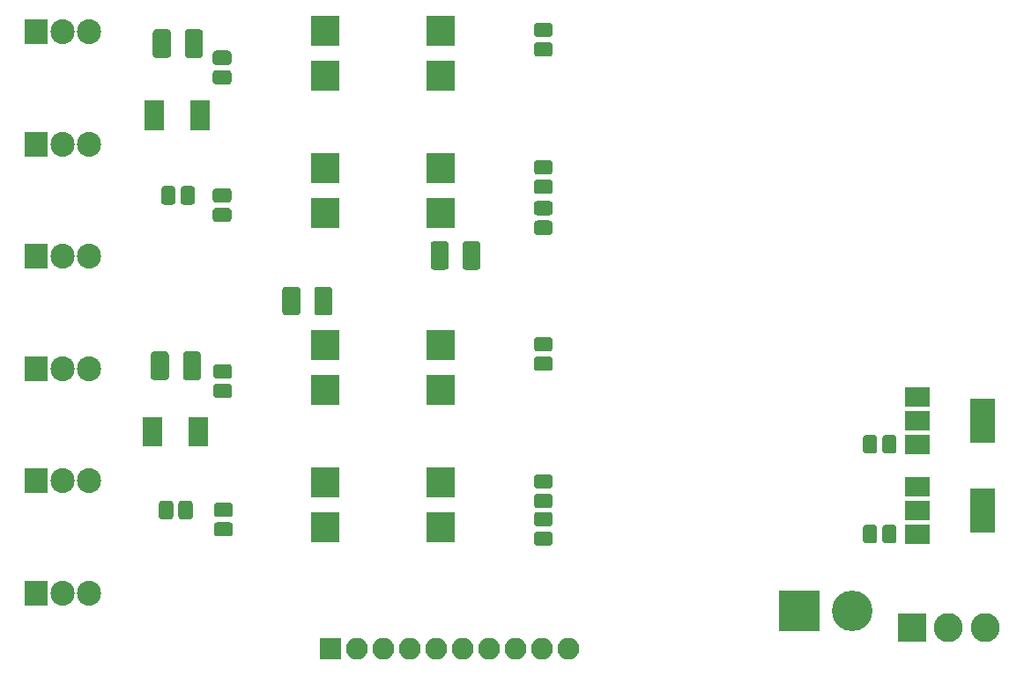
<source format=gbr>
%TF.GenerationSoftware,KiCad,Pcbnew,5.1.2-5.1.2*%
%TF.CreationDate,2019-08-03T11:47:28+02:00*%
%TF.ProjectId,TestDriverV2,54657374-4472-4697-9665-7256322e6b69,Rev 2*%
%TF.SameCoordinates,Original*%
%TF.FileFunction,Soldermask,Bot*%
%TF.FilePolarity,Negative*%
%FSLAX46Y46*%
G04 Gerber Fmt 4.6, Leading zero omitted, Abs format (unit mm)*
G04 Created by KiCad (PCBNEW 5.1.2-5.1.2) date 2019-08-03 11:47:28*
%MOMM*%
%LPD*%
G04 APERTURE LIST*
%ADD10R,2.800000X2.800000*%
%ADD11C,2.800000*%
%ADD12C,0.100000*%
%ADD13C,1.725000*%
%ADD14C,1.375000*%
%ADD15R,2.700000X2.900000*%
%ADD16R,3.900120X3.900120*%
%ADD17C,3.900120*%
%ADD18R,2.100000X2.100000*%
%ADD19O,2.100000X2.100000*%
%ADD20R,2.400000X4.200000*%
%ADD21R,2.400000X1.900000*%
%ADD22R,1.850000X0.850000*%
%ADD23R,2.305000X2.400000*%
%ADD24O,2.305000X2.400000*%
G04 APERTURE END LIST*
D10*
X121968000Y-163386000D03*
D11*
X125468000Y-163386000D03*
X128968000Y-163386000D03*
D12*
G36*
X53541431Y-105878567D02*
G01*
X53573025Y-105883254D01*
X53604008Y-105891015D01*
X53634081Y-105901775D01*
X53662955Y-105915431D01*
X53690351Y-105931852D01*
X53716006Y-105950879D01*
X53739672Y-105972328D01*
X53761121Y-105995994D01*
X53780148Y-106021649D01*
X53796569Y-106049045D01*
X53810225Y-106077919D01*
X53820985Y-106107992D01*
X53828746Y-106138975D01*
X53833433Y-106170569D01*
X53835000Y-106202471D01*
X53835000Y-108301529D01*
X53833433Y-108333431D01*
X53828746Y-108365025D01*
X53820985Y-108396008D01*
X53810225Y-108426081D01*
X53796569Y-108454955D01*
X53780148Y-108482351D01*
X53761121Y-108508006D01*
X53739672Y-108531672D01*
X53716006Y-108553121D01*
X53690351Y-108572148D01*
X53662955Y-108588569D01*
X53634081Y-108602225D01*
X53604008Y-108612985D01*
X53573025Y-108620746D01*
X53541431Y-108625433D01*
X53509529Y-108627000D01*
X52435471Y-108627000D01*
X52403569Y-108625433D01*
X52371975Y-108620746D01*
X52340992Y-108612985D01*
X52310919Y-108602225D01*
X52282045Y-108588569D01*
X52254649Y-108572148D01*
X52228994Y-108553121D01*
X52205328Y-108531672D01*
X52183879Y-108508006D01*
X52164852Y-108482351D01*
X52148431Y-108454955D01*
X52134775Y-108426081D01*
X52124015Y-108396008D01*
X52116254Y-108365025D01*
X52111567Y-108333431D01*
X52110000Y-108301529D01*
X52110000Y-106202471D01*
X52111567Y-106170569D01*
X52116254Y-106138975D01*
X52124015Y-106107992D01*
X52134775Y-106077919D01*
X52148431Y-106049045D01*
X52164852Y-106021649D01*
X52183879Y-105995994D01*
X52205328Y-105972328D01*
X52228994Y-105950879D01*
X52254649Y-105931852D01*
X52282045Y-105915431D01*
X52310919Y-105901775D01*
X52340992Y-105891015D01*
X52371975Y-105883254D01*
X52403569Y-105878567D01*
X52435471Y-105877000D01*
X53509529Y-105877000D01*
X53541431Y-105878567D01*
X53541431Y-105878567D01*
G37*
D13*
X52972500Y-107252000D03*
D12*
G36*
X50466431Y-105878567D02*
G01*
X50498025Y-105883254D01*
X50529008Y-105891015D01*
X50559081Y-105901775D01*
X50587955Y-105915431D01*
X50615351Y-105931852D01*
X50641006Y-105950879D01*
X50664672Y-105972328D01*
X50686121Y-105995994D01*
X50705148Y-106021649D01*
X50721569Y-106049045D01*
X50735225Y-106077919D01*
X50745985Y-106107992D01*
X50753746Y-106138975D01*
X50758433Y-106170569D01*
X50760000Y-106202471D01*
X50760000Y-108301529D01*
X50758433Y-108333431D01*
X50753746Y-108365025D01*
X50745985Y-108396008D01*
X50735225Y-108426081D01*
X50721569Y-108454955D01*
X50705148Y-108482351D01*
X50686121Y-108508006D01*
X50664672Y-108531672D01*
X50641006Y-108553121D01*
X50615351Y-108572148D01*
X50587955Y-108588569D01*
X50559081Y-108602225D01*
X50529008Y-108612985D01*
X50498025Y-108620746D01*
X50466431Y-108625433D01*
X50434529Y-108627000D01*
X49360471Y-108627000D01*
X49328569Y-108625433D01*
X49296975Y-108620746D01*
X49265992Y-108612985D01*
X49235919Y-108602225D01*
X49207045Y-108588569D01*
X49179649Y-108572148D01*
X49153994Y-108553121D01*
X49130328Y-108531672D01*
X49108879Y-108508006D01*
X49089852Y-108482351D01*
X49073431Y-108454955D01*
X49059775Y-108426081D01*
X49049015Y-108396008D01*
X49041254Y-108365025D01*
X49036567Y-108333431D01*
X49035000Y-108301529D01*
X49035000Y-106202471D01*
X49036567Y-106170569D01*
X49041254Y-106138975D01*
X49049015Y-106107992D01*
X49059775Y-106077919D01*
X49073431Y-106049045D01*
X49089852Y-106021649D01*
X49108879Y-105995994D01*
X49130328Y-105972328D01*
X49153994Y-105950879D01*
X49179649Y-105931852D01*
X49207045Y-105915431D01*
X49235919Y-105901775D01*
X49265992Y-105891015D01*
X49296975Y-105883254D01*
X49328569Y-105878567D01*
X49360471Y-105877000D01*
X50434529Y-105877000D01*
X50466431Y-105878567D01*
X50466431Y-105878567D01*
G37*
D13*
X49897500Y-107252000D03*
D12*
G36*
X53350931Y-136866567D02*
G01*
X53382525Y-136871254D01*
X53413508Y-136879015D01*
X53443581Y-136889775D01*
X53472455Y-136903431D01*
X53499851Y-136919852D01*
X53525506Y-136938879D01*
X53549172Y-136960328D01*
X53570621Y-136983994D01*
X53589648Y-137009649D01*
X53606069Y-137037045D01*
X53619725Y-137065919D01*
X53630485Y-137095992D01*
X53638246Y-137126975D01*
X53642933Y-137158569D01*
X53644500Y-137190471D01*
X53644500Y-139289529D01*
X53642933Y-139321431D01*
X53638246Y-139353025D01*
X53630485Y-139384008D01*
X53619725Y-139414081D01*
X53606069Y-139442955D01*
X53589648Y-139470351D01*
X53570621Y-139496006D01*
X53549172Y-139519672D01*
X53525506Y-139541121D01*
X53499851Y-139560148D01*
X53472455Y-139576569D01*
X53443581Y-139590225D01*
X53413508Y-139600985D01*
X53382525Y-139608746D01*
X53350931Y-139613433D01*
X53319029Y-139615000D01*
X52244971Y-139615000D01*
X52213069Y-139613433D01*
X52181475Y-139608746D01*
X52150492Y-139600985D01*
X52120419Y-139590225D01*
X52091545Y-139576569D01*
X52064149Y-139560148D01*
X52038494Y-139541121D01*
X52014828Y-139519672D01*
X51993379Y-139496006D01*
X51974352Y-139470351D01*
X51957931Y-139442955D01*
X51944275Y-139414081D01*
X51933515Y-139384008D01*
X51925754Y-139353025D01*
X51921067Y-139321431D01*
X51919500Y-139289529D01*
X51919500Y-137190471D01*
X51921067Y-137158569D01*
X51925754Y-137126975D01*
X51933515Y-137095992D01*
X51944275Y-137065919D01*
X51957931Y-137037045D01*
X51974352Y-137009649D01*
X51993379Y-136983994D01*
X52014828Y-136960328D01*
X52038494Y-136938879D01*
X52064149Y-136919852D01*
X52091545Y-136903431D01*
X52120419Y-136889775D01*
X52150492Y-136879015D01*
X52181475Y-136871254D01*
X52213069Y-136866567D01*
X52244971Y-136865000D01*
X53319029Y-136865000D01*
X53350931Y-136866567D01*
X53350931Y-136866567D01*
G37*
D13*
X52782000Y-138240000D03*
D12*
G36*
X50275931Y-136866567D02*
G01*
X50307525Y-136871254D01*
X50338508Y-136879015D01*
X50368581Y-136889775D01*
X50397455Y-136903431D01*
X50424851Y-136919852D01*
X50450506Y-136938879D01*
X50474172Y-136960328D01*
X50495621Y-136983994D01*
X50514648Y-137009649D01*
X50531069Y-137037045D01*
X50544725Y-137065919D01*
X50555485Y-137095992D01*
X50563246Y-137126975D01*
X50567933Y-137158569D01*
X50569500Y-137190471D01*
X50569500Y-139289529D01*
X50567933Y-139321431D01*
X50563246Y-139353025D01*
X50555485Y-139384008D01*
X50544725Y-139414081D01*
X50531069Y-139442955D01*
X50514648Y-139470351D01*
X50495621Y-139496006D01*
X50474172Y-139519672D01*
X50450506Y-139541121D01*
X50424851Y-139560148D01*
X50397455Y-139576569D01*
X50368581Y-139590225D01*
X50338508Y-139600985D01*
X50307525Y-139608746D01*
X50275931Y-139613433D01*
X50244029Y-139615000D01*
X49169971Y-139615000D01*
X49138069Y-139613433D01*
X49106475Y-139608746D01*
X49075492Y-139600985D01*
X49045419Y-139590225D01*
X49016545Y-139576569D01*
X48989149Y-139560148D01*
X48963494Y-139541121D01*
X48939828Y-139519672D01*
X48918379Y-139496006D01*
X48899352Y-139470351D01*
X48882931Y-139442955D01*
X48869275Y-139414081D01*
X48858515Y-139384008D01*
X48850754Y-139353025D01*
X48846067Y-139321431D01*
X48844500Y-139289529D01*
X48844500Y-137190471D01*
X48846067Y-137158569D01*
X48850754Y-137126975D01*
X48858515Y-137095992D01*
X48869275Y-137065919D01*
X48882931Y-137037045D01*
X48899352Y-137009649D01*
X48918379Y-136983994D01*
X48939828Y-136960328D01*
X48963494Y-136938879D01*
X48989149Y-136919852D01*
X49016545Y-136903431D01*
X49045419Y-136889775D01*
X49075492Y-136879015D01*
X49106475Y-136871254D01*
X49138069Y-136866567D01*
X49169971Y-136865000D01*
X50244029Y-136865000D01*
X50275931Y-136866567D01*
X50275931Y-136866567D01*
G37*
D13*
X49707000Y-138240000D03*
D12*
G36*
X80224931Y-126261567D02*
G01*
X80256525Y-126266254D01*
X80287508Y-126274015D01*
X80317581Y-126284775D01*
X80346455Y-126298431D01*
X80373851Y-126314852D01*
X80399506Y-126333879D01*
X80423172Y-126355328D01*
X80444621Y-126378994D01*
X80463648Y-126404649D01*
X80480069Y-126432045D01*
X80493725Y-126460919D01*
X80504485Y-126490992D01*
X80512246Y-126521975D01*
X80516933Y-126553569D01*
X80518500Y-126585471D01*
X80518500Y-128684529D01*
X80516933Y-128716431D01*
X80512246Y-128748025D01*
X80504485Y-128779008D01*
X80493725Y-128809081D01*
X80480069Y-128837955D01*
X80463648Y-128865351D01*
X80444621Y-128891006D01*
X80423172Y-128914672D01*
X80399506Y-128936121D01*
X80373851Y-128955148D01*
X80346455Y-128971569D01*
X80317581Y-128985225D01*
X80287508Y-128995985D01*
X80256525Y-129003746D01*
X80224931Y-129008433D01*
X80193029Y-129010000D01*
X79118971Y-129010000D01*
X79087069Y-129008433D01*
X79055475Y-129003746D01*
X79024492Y-128995985D01*
X78994419Y-128985225D01*
X78965545Y-128971569D01*
X78938149Y-128955148D01*
X78912494Y-128936121D01*
X78888828Y-128914672D01*
X78867379Y-128891006D01*
X78848352Y-128865351D01*
X78831931Y-128837955D01*
X78818275Y-128809081D01*
X78807515Y-128779008D01*
X78799754Y-128748025D01*
X78795067Y-128716431D01*
X78793500Y-128684529D01*
X78793500Y-126585471D01*
X78795067Y-126553569D01*
X78799754Y-126521975D01*
X78807515Y-126490992D01*
X78818275Y-126460919D01*
X78831931Y-126432045D01*
X78848352Y-126404649D01*
X78867379Y-126378994D01*
X78888828Y-126355328D01*
X78912494Y-126333879D01*
X78938149Y-126314852D01*
X78965545Y-126298431D01*
X78994419Y-126284775D01*
X79024492Y-126274015D01*
X79055475Y-126266254D01*
X79087069Y-126261567D01*
X79118971Y-126260000D01*
X80193029Y-126260000D01*
X80224931Y-126261567D01*
X80224931Y-126261567D01*
G37*
D13*
X79656000Y-127635000D03*
D12*
G36*
X77149931Y-126261567D02*
G01*
X77181525Y-126266254D01*
X77212508Y-126274015D01*
X77242581Y-126284775D01*
X77271455Y-126298431D01*
X77298851Y-126314852D01*
X77324506Y-126333879D01*
X77348172Y-126355328D01*
X77369621Y-126378994D01*
X77388648Y-126404649D01*
X77405069Y-126432045D01*
X77418725Y-126460919D01*
X77429485Y-126490992D01*
X77437246Y-126521975D01*
X77441933Y-126553569D01*
X77443500Y-126585471D01*
X77443500Y-128684529D01*
X77441933Y-128716431D01*
X77437246Y-128748025D01*
X77429485Y-128779008D01*
X77418725Y-128809081D01*
X77405069Y-128837955D01*
X77388648Y-128865351D01*
X77369621Y-128891006D01*
X77348172Y-128914672D01*
X77324506Y-128936121D01*
X77298851Y-128955148D01*
X77271455Y-128971569D01*
X77242581Y-128985225D01*
X77212508Y-128995985D01*
X77181525Y-129003746D01*
X77149931Y-129008433D01*
X77118029Y-129010000D01*
X76043971Y-129010000D01*
X76012069Y-129008433D01*
X75980475Y-129003746D01*
X75949492Y-128995985D01*
X75919419Y-128985225D01*
X75890545Y-128971569D01*
X75863149Y-128955148D01*
X75837494Y-128936121D01*
X75813828Y-128914672D01*
X75792379Y-128891006D01*
X75773352Y-128865351D01*
X75756931Y-128837955D01*
X75743275Y-128809081D01*
X75732515Y-128779008D01*
X75724754Y-128748025D01*
X75720067Y-128716431D01*
X75718500Y-128684529D01*
X75718500Y-126585471D01*
X75720067Y-126553569D01*
X75724754Y-126521975D01*
X75732515Y-126490992D01*
X75743275Y-126460919D01*
X75756931Y-126432045D01*
X75773352Y-126404649D01*
X75792379Y-126378994D01*
X75813828Y-126355328D01*
X75837494Y-126333879D01*
X75863149Y-126314852D01*
X75890545Y-126298431D01*
X75919419Y-126284775D01*
X75949492Y-126274015D01*
X75980475Y-126266254D01*
X76012069Y-126261567D01*
X76043971Y-126260000D01*
X77118029Y-126260000D01*
X77149931Y-126261567D01*
X77149931Y-126261567D01*
G37*
D13*
X76581000Y-127635000D03*
D12*
G36*
X62912431Y-130642567D02*
G01*
X62944025Y-130647254D01*
X62975008Y-130655015D01*
X63005081Y-130665775D01*
X63033955Y-130679431D01*
X63061351Y-130695852D01*
X63087006Y-130714879D01*
X63110672Y-130736328D01*
X63132121Y-130759994D01*
X63151148Y-130785649D01*
X63167569Y-130813045D01*
X63181225Y-130841919D01*
X63191985Y-130871992D01*
X63199746Y-130902975D01*
X63204433Y-130934569D01*
X63206000Y-130966471D01*
X63206000Y-133065529D01*
X63204433Y-133097431D01*
X63199746Y-133129025D01*
X63191985Y-133160008D01*
X63181225Y-133190081D01*
X63167569Y-133218955D01*
X63151148Y-133246351D01*
X63132121Y-133272006D01*
X63110672Y-133295672D01*
X63087006Y-133317121D01*
X63061351Y-133336148D01*
X63033955Y-133352569D01*
X63005081Y-133366225D01*
X62975008Y-133376985D01*
X62944025Y-133384746D01*
X62912431Y-133389433D01*
X62880529Y-133391000D01*
X61806471Y-133391000D01*
X61774569Y-133389433D01*
X61742975Y-133384746D01*
X61711992Y-133376985D01*
X61681919Y-133366225D01*
X61653045Y-133352569D01*
X61625649Y-133336148D01*
X61599994Y-133317121D01*
X61576328Y-133295672D01*
X61554879Y-133272006D01*
X61535852Y-133246351D01*
X61519431Y-133218955D01*
X61505775Y-133190081D01*
X61495015Y-133160008D01*
X61487254Y-133129025D01*
X61482567Y-133097431D01*
X61481000Y-133065529D01*
X61481000Y-130966471D01*
X61482567Y-130934569D01*
X61487254Y-130902975D01*
X61495015Y-130871992D01*
X61505775Y-130841919D01*
X61519431Y-130813045D01*
X61535852Y-130785649D01*
X61554879Y-130759994D01*
X61576328Y-130736328D01*
X61599994Y-130714879D01*
X61625649Y-130695852D01*
X61653045Y-130679431D01*
X61681919Y-130665775D01*
X61711992Y-130655015D01*
X61742975Y-130647254D01*
X61774569Y-130642567D01*
X61806471Y-130641000D01*
X62880529Y-130641000D01*
X62912431Y-130642567D01*
X62912431Y-130642567D01*
G37*
D13*
X62343500Y-132016000D03*
D12*
G36*
X65987431Y-130642567D02*
G01*
X66019025Y-130647254D01*
X66050008Y-130655015D01*
X66080081Y-130665775D01*
X66108955Y-130679431D01*
X66136351Y-130695852D01*
X66162006Y-130714879D01*
X66185672Y-130736328D01*
X66207121Y-130759994D01*
X66226148Y-130785649D01*
X66242569Y-130813045D01*
X66256225Y-130841919D01*
X66266985Y-130871992D01*
X66274746Y-130902975D01*
X66279433Y-130934569D01*
X66281000Y-130966471D01*
X66281000Y-133065529D01*
X66279433Y-133097431D01*
X66274746Y-133129025D01*
X66266985Y-133160008D01*
X66256225Y-133190081D01*
X66242569Y-133218955D01*
X66226148Y-133246351D01*
X66207121Y-133272006D01*
X66185672Y-133295672D01*
X66162006Y-133317121D01*
X66136351Y-133336148D01*
X66108955Y-133352569D01*
X66080081Y-133366225D01*
X66050008Y-133376985D01*
X66019025Y-133384746D01*
X65987431Y-133389433D01*
X65955529Y-133391000D01*
X64881471Y-133391000D01*
X64849569Y-133389433D01*
X64817975Y-133384746D01*
X64786992Y-133376985D01*
X64756919Y-133366225D01*
X64728045Y-133352569D01*
X64700649Y-133336148D01*
X64674994Y-133317121D01*
X64651328Y-133295672D01*
X64629879Y-133272006D01*
X64610852Y-133246351D01*
X64594431Y-133218955D01*
X64580775Y-133190081D01*
X64570015Y-133160008D01*
X64562254Y-133129025D01*
X64557567Y-133097431D01*
X64556000Y-133065529D01*
X64556000Y-130966471D01*
X64557567Y-130934569D01*
X64562254Y-130902975D01*
X64570015Y-130871992D01*
X64580775Y-130841919D01*
X64594431Y-130813045D01*
X64610852Y-130785649D01*
X64629879Y-130759994D01*
X64651328Y-130736328D01*
X64674994Y-130714879D01*
X64700649Y-130695852D01*
X64728045Y-130679431D01*
X64756919Y-130665775D01*
X64786992Y-130655015D01*
X64817975Y-130647254D01*
X64849569Y-130642567D01*
X64881471Y-130641000D01*
X65955529Y-130641000D01*
X65987431Y-130642567D01*
X65987431Y-130642567D01*
G37*
D13*
X65418500Y-132016000D03*
D12*
G36*
X56279443Y-107928655D02*
G01*
X56312812Y-107933605D01*
X56345535Y-107941802D01*
X56377297Y-107953166D01*
X56407793Y-107967590D01*
X56436727Y-107984932D01*
X56463823Y-108005028D01*
X56488818Y-108027682D01*
X56511472Y-108052677D01*
X56531568Y-108079773D01*
X56548910Y-108108707D01*
X56563334Y-108139203D01*
X56574698Y-108170965D01*
X56582895Y-108203688D01*
X56587845Y-108237057D01*
X56589500Y-108270750D01*
X56589500Y-108958250D01*
X56587845Y-108991943D01*
X56582895Y-109025312D01*
X56574698Y-109058035D01*
X56563334Y-109089797D01*
X56548910Y-109120293D01*
X56531568Y-109149227D01*
X56511472Y-109176323D01*
X56488818Y-109201318D01*
X56463823Y-109223972D01*
X56436727Y-109244068D01*
X56407793Y-109261410D01*
X56377297Y-109275834D01*
X56345535Y-109287198D01*
X56312812Y-109295395D01*
X56279443Y-109300345D01*
X56245750Y-109302000D01*
X55133250Y-109302000D01*
X55099557Y-109300345D01*
X55066188Y-109295395D01*
X55033465Y-109287198D01*
X55001703Y-109275834D01*
X54971207Y-109261410D01*
X54942273Y-109244068D01*
X54915177Y-109223972D01*
X54890182Y-109201318D01*
X54867528Y-109176323D01*
X54847432Y-109149227D01*
X54830090Y-109120293D01*
X54815666Y-109089797D01*
X54804302Y-109058035D01*
X54796105Y-109025312D01*
X54791155Y-108991943D01*
X54789500Y-108958250D01*
X54789500Y-108270750D01*
X54791155Y-108237057D01*
X54796105Y-108203688D01*
X54804302Y-108170965D01*
X54815666Y-108139203D01*
X54830090Y-108108707D01*
X54847432Y-108079773D01*
X54867528Y-108052677D01*
X54890182Y-108027682D01*
X54915177Y-108005028D01*
X54942273Y-107984932D01*
X54971207Y-107967590D01*
X55001703Y-107953166D01*
X55033465Y-107941802D01*
X55066188Y-107933605D01*
X55099557Y-107928655D01*
X55133250Y-107927000D01*
X56245750Y-107927000D01*
X56279443Y-107928655D01*
X56279443Y-107928655D01*
G37*
D14*
X55689500Y-108614500D03*
D12*
G36*
X56279443Y-109803655D02*
G01*
X56312812Y-109808605D01*
X56345535Y-109816802D01*
X56377297Y-109828166D01*
X56407793Y-109842590D01*
X56436727Y-109859932D01*
X56463823Y-109880028D01*
X56488818Y-109902682D01*
X56511472Y-109927677D01*
X56531568Y-109954773D01*
X56548910Y-109983707D01*
X56563334Y-110014203D01*
X56574698Y-110045965D01*
X56582895Y-110078688D01*
X56587845Y-110112057D01*
X56589500Y-110145750D01*
X56589500Y-110833250D01*
X56587845Y-110866943D01*
X56582895Y-110900312D01*
X56574698Y-110933035D01*
X56563334Y-110964797D01*
X56548910Y-110995293D01*
X56531568Y-111024227D01*
X56511472Y-111051323D01*
X56488818Y-111076318D01*
X56463823Y-111098972D01*
X56436727Y-111119068D01*
X56407793Y-111136410D01*
X56377297Y-111150834D01*
X56345535Y-111162198D01*
X56312812Y-111170395D01*
X56279443Y-111175345D01*
X56245750Y-111177000D01*
X55133250Y-111177000D01*
X55099557Y-111175345D01*
X55066188Y-111170395D01*
X55033465Y-111162198D01*
X55001703Y-111150834D01*
X54971207Y-111136410D01*
X54942273Y-111119068D01*
X54915177Y-111098972D01*
X54890182Y-111076318D01*
X54867528Y-111051323D01*
X54847432Y-111024227D01*
X54830090Y-110995293D01*
X54815666Y-110964797D01*
X54804302Y-110933035D01*
X54796105Y-110900312D01*
X54791155Y-110866943D01*
X54789500Y-110833250D01*
X54789500Y-110145750D01*
X54791155Y-110112057D01*
X54796105Y-110078688D01*
X54804302Y-110045965D01*
X54815666Y-110014203D01*
X54830090Y-109983707D01*
X54847432Y-109954773D01*
X54867528Y-109927677D01*
X54890182Y-109902682D01*
X54915177Y-109880028D01*
X54942273Y-109859932D01*
X54971207Y-109842590D01*
X55001703Y-109828166D01*
X55033465Y-109816802D01*
X55066188Y-109808605D01*
X55099557Y-109803655D01*
X55133250Y-109802000D01*
X56245750Y-109802000D01*
X56279443Y-109803655D01*
X56279443Y-109803655D01*
G37*
D14*
X55689500Y-110489500D03*
D12*
G36*
X56279443Y-123045655D02*
G01*
X56312812Y-123050605D01*
X56345535Y-123058802D01*
X56377297Y-123070166D01*
X56407793Y-123084590D01*
X56436727Y-123101932D01*
X56463823Y-123122028D01*
X56488818Y-123144682D01*
X56511472Y-123169677D01*
X56531568Y-123196773D01*
X56548910Y-123225707D01*
X56563334Y-123256203D01*
X56574698Y-123287965D01*
X56582895Y-123320688D01*
X56587845Y-123354057D01*
X56589500Y-123387750D01*
X56589500Y-124075250D01*
X56587845Y-124108943D01*
X56582895Y-124142312D01*
X56574698Y-124175035D01*
X56563334Y-124206797D01*
X56548910Y-124237293D01*
X56531568Y-124266227D01*
X56511472Y-124293323D01*
X56488818Y-124318318D01*
X56463823Y-124340972D01*
X56436727Y-124361068D01*
X56407793Y-124378410D01*
X56377297Y-124392834D01*
X56345535Y-124404198D01*
X56312812Y-124412395D01*
X56279443Y-124417345D01*
X56245750Y-124419000D01*
X55133250Y-124419000D01*
X55099557Y-124417345D01*
X55066188Y-124412395D01*
X55033465Y-124404198D01*
X55001703Y-124392834D01*
X54971207Y-124378410D01*
X54942273Y-124361068D01*
X54915177Y-124340972D01*
X54890182Y-124318318D01*
X54867528Y-124293323D01*
X54847432Y-124266227D01*
X54830090Y-124237293D01*
X54815666Y-124206797D01*
X54804302Y-124175035D01*
X54796105Y-124142312D01*
X54791155Y-124108943D01*
X54789500Y-124075250D01*
X54789500Y-123387750D01*
X54791155Y-123354057D01*
X54796105Y-123320688D01*
X54804302Y-123287965D01*
X54815666Y-123256203D01*
X54830090Y-123225707D01*
X54847432Y-123196773D01*
X54867528Y-123169677D01*
X54890182Y-123144682D01*
X54915177Y-123122028D01*
X54942273Y-123101932D01*
X54971207Y-123084590D01*
X55001703Y-123070166D01*
X55033465Y-123058802D01*
X55066188Y-123050605D01*
X55099557Y-123045655D01*
X55133250Y-123044000D01*
X56245750Y-123044000D01*
X56279443Y-123045655D01*
X56279443Y-123045655D01*
G37*
D14*
X55689500Y-123731500D03*
D12*
G36*
X56279443Y-121170655D02*
G01*
X56312812Y-121175605D01*
X56345535Y-121183802D01*
X56377297Y-121195166D01*
X56407793Y-121209590D01*
X56436727Y-121226932D01*
X56463823Y-121247028D01*
X56488818Y-121269682D01*
X56511472Y-121294677D01*
X56531568Y-121321773D01*
X56548910Y-121350707D01*
X56563334Y-121381203D01*
X56574698Y-121412965D01*
X56582895Y-121445688D01*
X56587845Y-121479057D01*
X56589500Y-121512750D01*
X56589500Y-122200250D01*
X56587845Y-122233943D01*
X56582895Y-122267312D01*
X56574698Y-122300035D01*
X56563334Y-122331797D01*
X56548910Y-122362293D01*
X56531568Y-122391227D01*
X56511472Y-122418323D01*
X56488818Y-122443318D01*
X56463823Y-122465972D01*
X56436727Y-122486068D01*
X56407793Y-122503410D01*
X56377297Y-122517834D01*
X56345535Y-122529198D01*
X56312812Y-122537395D01*
X56279443Y-122542345D01*
X56245750Y-122544000D01*
X55133250Y-122544000D01*
X55099557Y-122542345D01*
X55066188Y-122537395D01*
X55033465Y-122529198D01*
X55001703Y-122517834D01*
X54971207Y-122503410D01*
X54942273Y-122486068D01*
X54915177Y-122465972D01*
X54890182Y-122443318D01*
X54867528Y-122418323D01*
X54847432Y-122391227D01*
X54830090Y-122362293D01*
X54815666Y-122331797D01*
X54804302Y-122300035D01*
X54796105Y-122267312D01*
X54791155Y-122233943D01*
X54789500Y-122200250D01*
X54789500Y-121512750D01*
X54791155Y-121479057D01*
X54796105Y-121445688D01*
X54804302Y-121412965D01*
X54815666Y-121381203D01*
X54830090Y-121350707D01*
X54847432Y-121321773D01*
X54867528Y-121294677D01*
X54890182Y-121269682D01*
X54915177Y-121247028D01*
X54942273Y-121226932D01*
X54971207Y-121209590D01*
X55001703Y-121195166D01*
X55033465Y-121183802D01*
X55066188Y-121175605D01*
X55099557Y-121170655D01*
X55133250Y-121169000D01*
X56245750Y-121169000D01*
X56279443Y-121170655D01*
X56279443Y-121170655D01*
G37*
D14*
X55689500Y-121856500D03*
D12*
G36*
X87140443Y-105246655D02*
G01*
X87173812Y-105251605D01*
X87206535Y-105259802D01*
X87238297Y-105271166D01*
X87268793Y-105285590D01*
X87297727Y-105302932D01*
X87324823Y-105323028D01*
X87349818Y-105345682D01*
X87372472Y-105370677D01*
X87392568Y-105397773D01*
X87409910Y-105426707D01*
X87424334Y-105457203D01*
X87435698Y-105488965D01*
X87443895Y-105521688D01*
X87448845Y-105555057D01*
X87450500Y-105588750D01*
X87450500Y-106276250D01*
X87448845Y-106309943D01*
X87443895Y-106343312D01*
X87435698Y-106376035D01*
X87424334Y-106407797D01*
X87409910Y-106438293D01*
X87392568Y-106467227D01*
X87372472Y-106494323D01*
X87349818Y-106519318D01*
X87324823Y-106541972D01*
X87297727Y-106562068D01*
X87268793Y-106579410D01*
X87238297Y-106593834D01*
X87206535Y-106605198D01*
X87173812Y-106613395D01*
X87140443Y-106618345D01*
X87106750Y-106620000D01*
X85994250Y-106620000D01*
X85960557Y-106618345D01*
X85927188Y-106613395D01*
X85894465Y-106605198D01*
X85862703Y-106593834D01*
X85832207Y-106579410D01*
X85803273Y-106562068D01*
X85776177Y-106541972D01*
X85751182Y-106519318D01*
X85728528Y-106494323D01*
X85708432Y-106467227D01*
X85691090Y-106438293D01*
X85676666Y-106407797D01*
X85665302Y-106376035D01*
X85657105Y-106343312D01*
X85652155Y-106309943D01*
X85650500Y-106276250D01*
X85650500Y-105588750D01*
X85652155Y-105555057D01*
X85657105Y-105521688D01*
X85665302Y-105488965D01*
X85676666Y-105457203D01*
X85691090Y-105426707D01*
X85708432Y-105397773D01*
X85728528Y-105370677D01*
X85751182Y-105345682D01*
X85776177Y-105323028D01*
X85803273Y-105302932D01*
X85832207Y-105285590D01*
X85862703Y-105271166D01*
X85894465Y-105259802D01*
X85927188Y-105251605D01*
X85960557Y-105246655D01*
X85994250Y-105245000D01*
X87106750Y-105245000D01*
X87140443Y-105246655D01*
X87140443Y-105246655D01*
G37*
D14*
X86550500Y-105932500D03*
D12*
G36*
X87140443Y-107121655D02*
G01*
X87173812Y-107126605D01*
X87206535Y-107134802D01*
X87238297Y-107146166D01*
X87268793Y-107160590D01*
X87297727Y-107177932D01*
X87324823Y-107198028D01*
X87349818Y-107220682D01*
X87372472Y-107245677D01*
X87392568Y-107272773D01*
X87409910Y-107301707D01*
X87424334Y-107332203D01*
X87435698Y-107363965D01*
X87443895Y-107396688D01*
X87448845Y-107430057D01*
X87450500Y-107463750D01*
X87450500Y-108151250D01*
X87448845Y-108184943D01*
X87443895Y-108218312D01*
X87435698Y-108251035D01*
X87424334Y-108282797D01*
X87409910Y-108313293D01*
X87392568Y-108342227D01*
X87372472Y-108369323D01*
X87349818Y-108394318D01*
X87324823Y-108416972D01*
X87297727Y-108437068D01*
X87268793Y-108454410D01*
X87238297Y-108468834D01*
X87206535Y-108480198D01*
X87173812Y-108488395D01*
X87140443Y-108493345D01*
X87106750Y-108495000D01*
X85994250Y-108495000D01*
X85960557Y-108493345D01*
X85927188Y-108488395D01*
X85894465Y-108480198D01*
X85862703Y-108468834D01*
X85832207Y-108454410D01*
X85803273Y-108437068D01*
X85776177Y-108416972D01*
X85751182Y-108394318D01*
X85728528Y-108369323D01*
X85708432Y-108342227D01*
X85691090Y-108313293D01*
X85676666Y-108282797D01*
X85665302Y-108251035D01*
X85657105Y-108218312D01*
X85652155Y-108184943D01*
X85650500Y-108151250D01*
X85650500Y-107463750D01*
X85652155Y-107430057D01*
X85657105Y-107396688D01*
X85665302Y-107363965D01*
X85676666Y-107332203D01*
X85691090Y-107301707D01*
X85708432Y-107272773D01*
X85728528Y-107245677D01*
X85751182Y-107220682D01*
X85776177Y-107198028D01*
X85803273Y-107177932D01*
X85832207Y-107160590D01*
X85862703Y-107146166D01*
X85894465Y-107134802D01*
X85927188Y-107126605D01*
X85960557Y-107121655D01*
X85994250Y-107120000D01*
X87106750Y-107120000D01*
X87140443Y-107121655D01*
X87140443Y-107121655D01*
G37*
D14*
X86550500Y-107807500D03*
D12*
G36*
X87140443Y-120345655D02*
G01*
X87173812Y-120350605D01*
X87206535Y-120358802D01*
X87238297Y-120370166D01*
X87268793Y-120384590D01*
X87297727Y-120401932D01*
X87324823Y-120422028D01*
X87349818Y-120444682D01*
X87372472Y-120469677D01*
X87392568Y-120496773D01*
X87409910Y-120525707D01*
X87424334Y-120556203D01*
X87435698Y-120587965D01*
X87443895Y-120620688D01*
X87448845Y-120654057D01*
X87450500Y-120687750D01*
X87450500Y-121375250D01*
X87448845Y-121408943D01*
X87443895Y-121442312D01*
X87435698Y-121475035D01*
X87424334Y-121506797D01*
X87409910Y-121537293D01*
X87392568Y-121566227D01*
X87372472Y-121593323D01*
X87349818Y-121618318D01*
X87324823Y-121640972D01*
X87297727Y-121661068D01*
X87268793Y-121678410D01*
X87238297Y-121692834D01*
X87206535Y-121704198D01*
X87173812Y-121712395D01*
X87140443Y-121717345D01*
X87106750Y-121719000D01*
X85994250Y-121719000D01*
X85960557Y-121717345D01*
X85927188Y-121712395D01*
X85894465Y-121704198D01*
X85862703Y-121692834D01*
X85832207Y-121678410D01*
X85803273Y-121661068D01*
X85776177Y-121640972D01*
X85751182Y-121618318D01*
X85728528Y-121593323D01*
X85708432Y-121566227D01*
X85691090Y-121537293D01*
X85676666Y-121506797D01*
X85665302Y-121475035D01*
X85657105Y-121442312D01*
X85652155Y-121408943D01*
X85650500Y-121375250D01*
X85650500Y-120687750D01*
X85652155Y-120654057D01*
X85657105Y-120620688D01*
X85665302Y-120587965D01*
X85676666Y-120556203D01*
X85691090Y-120525707D01*
X85708432Y-120496773D01*
X85728528Y-120469677D01*
X85751182Y-120444682D01*
X85776177Y-120422028D01*
X85803273Y-120401932D01*
X85832207Y-120384590D01*
X85862703Y-120370166D01*
X85894465Y-120358802D01*
X85927188Y-120350605D01*
X85960557Y-120345655D01*
X85994250Y-120344000D01*
X87106750Y-120344000D01*
X87140443Y-120345655D01*
X87140443Y-120345655D01*
G37*
D14*
X86550500Y-121031500D03*
D12*
G36*
X87140443Y-118470655D02*
G01*
X87173812Y-118475605D01*
X87206535Y-118483802D01*
X87238297Y-118495166D01*
X87268793Y-118509590D01*
X87297727Y-118526932D01*
X87324823Y-118547028D01*
X87349818Y-118569682D01*
X87372472Y-118594677D01*
X87392568Y-118621773D01*
X87409910Y-118650707D01*
X87424334Y-118681203D01*
X87435698Y-118712965D01*
X87443895Y-118745688D01*
X87448845Y-118779057D01*
X87450500Y-118812750D01*
X87450500Y-119500250D01*
X87448845Y-119533943D01*
X87443895Y-119567312D01*
X87435698Y-119600035D01*
X87424334Y-119631797D01*
X87409910Y-119662293D01*
X87392568Y-119691227D01*
X87372472Y-119718323D01*
X87349818Y-119743318D01*
X87324823Y-119765972D01*
X87297727Y-119786068D01*
X87268793Y-119803410D01*
X87238297Y-119817834D01*
X87206535Y-119829198D01*
X87173812Y-119837395D01*
X87140443Y-119842345D01*
X87106750Y-119844000D01*
X85994250Y-119844000D01*
X85960557Y-119842345D01*
X85927188Y-119837395D01*
X85894465Y-119829198D01*
X85862703Y-119817834D01*
X85832207Y-119803410D01*
X85803273Y-119786068D01*
X85776177Y-119765972D01*
X85751182Y-119743318D01*
X85728528Y-119718323D01*
X85708432Y-119691227D01*
X85691090Y-119662293D01*
X85676666Y-119631797D01*
X85665302Y-119600035D01*
X85657105Y-119567312D01*
X85652155Y-119533943D01*
X85650500Y-119500250D01*
X85650500Y-118812750D01*
X85652155Y-118779057D01*
X85657105Y-118745688D01*
X85665302Y-118712965D01*
X85676666Y-118681203D01*
X85691090Y-118650707D01*
X85708432Y-118621773D01*
X85728528Y-118594677D01*
X85751182Y-118569682D01*
X85776177Y-118547028D01*
X85803273Y-118526932D01*
X85832207Y-118509590D01*
X85862703Y-118495166D01*
X85894465Y-118483802D01*
X85927188Y-118475605D01*
X85960557Y-118470655D01*
X85994250Y-118469000D01*
X87106750Y-118469000D01*
X87140443Y-118470655D01*
X87140443Y-118470655D01*
G37*
D14*
X86550500Y-119156500D03*
D12*
G36*
X56342943Y-138091655D02*
G01*
X56376312Y-138096605D01*
X56409035Y-138104802D01*
X56440797Y-138116166D01*
X56471293Y-138130590D01*
X56500227Y-138147932D01*
X56527323Y-138168028D01*
X56552318Y-138190682D01*
X56574972Y-138215677D01*
X56595068Y-138242773D01*
X56612410Y-138271707D01*
X56626834Y-138302203D01*
X56638198Y-138333965D01*
X56646395Y-138366688D01*
X56651345Y-138400057D01*
X56653000Y-138433750D01*
X56653000Y-139121250D01*
X56651345Y-139154943D01*
X56646395Y-139188312D01*
X56638198Y-139221035D01*
X56626834Y-139252797D01*
X56612410Y-139283293D01*
X56595068Y-139312227D01*
X56574972Y-139339323D01*
X56552318Y-139364318D01*
X56527323Y-139386972D01*
X56500227Y-139407068D01*
X56471293Y-139424410D01*
X56440797Y-139438834D01*
X56409035Y-139450198D01*
X56376312Y-139458395D01*
X56342943Y-139463345D01*
X56309250Y-139465000D01*
X55196750Y-139465000D01*
X55163057Y-139463345D01*
X55129688Y-139458395D01*
X55096965Y-139450198D01*
X55065203Y-139438834D01*
X55034707Y-139424410D01*
X55005773Y-139407068D01*
X54978677Y-139386972D01*
X54953682Y-139364318D01*
X54931028Y-139339323D01*
X54910932Y-139312227D01*
X54893590Y-139283293D01*
X54879166Y-139252797D01*
X54867802Y-139221035D01*
X54859605Y-139188312D01*
X54854655Y-139154943D01*
X54853000Y-139121250D01*
X54853000Y-138433750D01*
X54854655Y-138400057D01*
X54859605Y-138366688D01*
X54867802Y-138333965D01*
X54879166Y-138302203D01*
X54893590Y-138271707D01*
X54910932Y-138242773D01*
X54931028Y-138215677D01*
X54953682Y-138190682D01*
X54978677Y-138168028D01*
X55005773Y-138147932D01*
X55034707Y-138130590D01*
X55065203Y-138116166D01*
X55096965Y-138104802D01*
X55129688Y-138096605D01*
X55163057Y-138091655D01*
X55196750Y-138090000D01*
X56309250Y-138090000D01*
X56342943Y-138091655D01*
X56342943Y-138091655D01*
G37*
D14*
X55753000Y-138777500D03*
D12*
G36*
X56342943Y-139966655D02*
G01*
X56376312Y-139971605D01*
X56409035Y-139979802D01*
X56440797Y-139991166D01*
X56471293Y-140005590D01*
X56500227Y-140022932D01*
X56527323Y-140043028D01*
X56552318Y-140065682D01*
X56574972Y-140090677D01*
X56595068Y-140117773D01*
X56612410Y-140146707D01*
X56626834Y-140177203D01*
X56638198Y-140208965D01*
X56646395Y-140241688D01*
X56651345Y-140275057D01*
X56653000Y-140308750D01*
X56653000Y-140996250D01*
X56651345Y-141029943D01*
X56646395Y-141063312D01*
X56638198Y-141096035D01*
X56626834Y-141127797D01*
X56612410Y-141158293D01*
X56595068Y-141187227D01*
X56574972Y-141214323D01*
X56552318Y-141239318D01*
X56527323Y-141261972D01*
X56500227Y-141282068D01*
X56471293Y-141299410D01*
X56440797Y-141313834D01*
X56409035Y-141325198D01*
X56376312Y-141333395D01*
X56342943Y-141338345D01*
X56309250Y-141340000D01*
X55196750Y-141340000D01*
X55163057Y-141338345D01*
X55129688Y-141333395D01*
X55096965Y-141325198D01*
X55065203Y-141313834D01*
X55034707Y-141299410D01*
X55005773Y-141282068D01*
X54978677Y-141261972D01*
X54953682Y-141239318D01*
X54931028Y-141214323D01*
X54910932Y-141187227D01*
X54893590Y-141158293D01*
X54879166Y-141127797D01*
X54867802Y-141096035D01*
X54859605Y-141063312D01*
X54854655Y-141029943D01*
X54853000Y-140996250D01*
X54853000Y-140308750D01*
X54854655Y-140275057D01*
X54859605Y-140241688D01*
X54867802Y-140208965D01*
X54879166Y-140177203D01*
X54893590Y-140146707D01*
X54910932Y-140117773D01*
X54931028Y-140090677D01*
X54953682Y-140065682D01*
X54978677Y-140043028D01*
X55005773Y-140022932D01*
X55034707Y-140005590D01*
X55065203Y-139991166D01*
X55096965Y-139979802D01*
X55129688Y-139971605D01*
X55163057Y-139966655D01*
X55196750Y-139965000D01*
X56309250Y-139965000D01*
X56342943Y-139966655D01*
X56342943Y-139966655D01*
G37*
D14*
X55753000Y-140652500D03*
D12*
G36*
X56406443Y-151411655D02*
G01*
X56439812Y-151416605D01*
X56472535Y-151424802D01*
X56504297Y-151436166D01*
X56534793Y-151450590D01*
X56563727Y-151467932D01*
X56590823Y-151488028D01*
X56615818Y-151510682D01*
X56638472Y-151535677D01*
X56658568Y-151562773D01*
X56675910Y-151591707D01*
X56690334Y-151622203D01*
X56701698Y-151653965D01*
X56709895Y-151686688D01*
X56714845Y-151720057D01*
X56716500Y-151753750D01*
X56716500Y-152441250D01*
X56714845Y-152474943D01*
X56709895Y-152508312D01*
X56701698Y-152541035D01*
X56690334Y-152572797D01*
X56675910Y-152603293D01*
X56658568Y-152632227D01*
X56638472Y-152659323D01*
X56615818Y-152684318D01*
X56590823Y-152706972D01*
X56563727Y-152727068D01*
X56534793Y-152744410D01*
X56504297Y-152758834D01*
X56472535Y-152770198D01*
X56439812Y-152778395D01*
X56406443Y-152783345D01*
X56372750Y-152785000D01*
X55260250Y-152785000D01*
X55226557Y-152783345D01*
X55193188Y-152778395D01*
X55160465Y-152770198D01*
X55128703Y-152758834D01*
X55098207Y-152744410D01*
X55069273Y-152727068D01*
X55042177Y-152706972D01*
X55017182Y-152684318D01*
X54994528Y-152659323D01*
X54974432Y-152632227D01*
X54957090Y-152603293D01*
X54942666Y-152572797D01*
X54931302Y-152541035D01*
X54923105Y-152508312D01*
X54918155Y-152474943D01*
X54916500Y-152441250D01*
X54916500Y-151753750D01*
X54918155Y-151720057D01*
X54923105Y-151686688D01*
X54931302Y-151653965D01*
X54942666Y-151622203D01*
X54957090Y-151591707D01*
X54974432Y-151562773D01*
X54994528Y-151535677D01*
X55017182Y-151510682D01*
X55042177Y-151488028D01*
X55069273Y-151467932D01*
X55098207Y-151450590D01*
X55128703Y-151436166D01*
X55160465Y-151424802D01*
X55193188Y-151416605D01*
X55226557Y-151411655D01*
X55260250Y-151410000D01*
X56372750Y-151410000D01*
X56406443Y-151411655D01*
X56406443Y-151411655D01*
G37*
D14*
X55816500Y-152097500D03*
D12*
G36*
X56406443Y-153286655D02*
G01*
X56439812Y-153291605D01*
X56472535Y-153299802D01*
X56504297Y-153311166D01*
X56534793Y-153325590D01*
X56563727Y-153342932D01*
X56590823Y-153363028D01*
X56615818Y-153385682D01*
X56638472Y-153410677D01*
X56658568Y-153437773D01*
X56675910Y-153466707D01*
X56690334Y-153497203D01*
X56701698Y-153528965D01*
X56709895Y-153561688D01*
X56714845Y-153595057D01*
X56716500Y-153628750D01*
X56716500Y-154316250D01*
X56714845Y-154349943D01*
X56709895Y-154383312D01*
X56701698Y-154416035D01*
X56690334Y-154447797D01*
X56675910Y-154478293D01*
X56658568Y-154507227D01*
X56638472Y-154534323D01*
X56615818Y-154559318D01*
X56590823Y-154581972D01*
X56563727Y-154602068D01*
X56534793Y-154619410D01*
X56504297Y-154633834D01*
X56472535Y-154645198D01*
X56439812Y-154653395D01*
X56406443Y-154658345D01*
X56372750Y-154660000D01*
X55260250Y-154660000D01*
X55226557Y-154658345D01*
X55193188Y-154653395D01*
X55160465Y-154645198D01*
X55128703Y-154633834D01*
X55098207Y-154619410D01*
X55069273Y-154602068D01*
X55042177Y-154581972D01*
X55017182Y-154559318D01*
X54994528Y-154534323D01*
X54974432Y-154507227D01*
X54957090Y-154478293D01*
X54942666Y-154447797D01*
X54931302Y-154416035D01*
X54923105Y-154383312D01*
X54918155Y-154349943D01*
X54916500Y-154316250D01*
X54916500Y-153628750D01*
X54918155Y-153595057D01*
X54923105Y-153561688D01*
X54931302Y-153528965D01*
X54942666Y-153497203D01*
X54957090Y-153466707D01*
X54974432Y-153437773D01*
X54994528Y-153410677D01*
X55017182Y-153385682D01*
X55042177Y-153363028D01*
X55069273Y-153342932D01*
X55098207Y-153325590D01*
X55128703Y-153311166D01*
X55160465Y-153299802D01*
X55193188Y-153291605D01*
X55226557Y-153286655D01*
X55260250Y-153285000D01*
X56372750Y-153285000D01*
X56406443Y-153286655D01*
X56406443Y-153286655D01*
G37*
D14*
X55816500Y-153972500D03*
D12*
G36*
X87140443Y-135488655D02*
G01*
X87173812Y-135493605D01*
X87206535Y-135501802D01*
X87238297Y-135513166D01*
X87268793Y-135527590D01*
X87297727Y-135544932D01*
X87324823Y-135565028D01*
X87349818Y-135587682D01*
X87372472Y-135612677D01*
X87392568Y-135639773D01*
X87409910Y-135668707D01*
X87424334Y-135699203D01*
X87435698Y-135730965D01*
X87443895Y-135763688D01*
X87448845Y-135797057D01*
X87450500Y-135830750D01*
X87450500Y-136518250D01*
X87448845Y-136551943D01*
X87443895Y-136585312D01*
X87435698Y-136618035D01*
X87424334Y-136649797D01*
X87409910Y-136680293D01*
X87392568Y-136709227D01*
X87372472Y-136736323D01*
X87349818Y-136761318D01*
X87324823Y-136783972D01*
X87297727Y-136804068D01*
X87268793Y-136821410D01*
X87238297Y-136835834D01*
X87206535Y-136847198D01*
X87173812Y-136855395D01*
X87140443Y-136860345D01*
X87106750Y-136862000D01*
X85994250Y-136862000D01*
X85960557Y-136860345D01*
X85927188Y-136855395D01*
X85894465Y-136847198D01*
X85862703Y-136835834D01*
X85832207Y-136821410D01*
X85803273Y-136804068D01*
X85776177Y-136783972D01*
X85751182Y-136761318D01*
X85728528Y-136736323D01*
X85708432Y-136709227D01*
X85691090Y-136680293D01*
X85676666Y-136649797D01*
X85665302Y-136618035D01*
X85657105Y-136585312D01*
X85652155Y-136551943D01*
X85650500Y-136518250D01*
X85650500Y-135830750D01*
X85652155Y-135797057D01*
X85657105Y-135763688D01*
X85665302Y-135730965D01*
X85676666Y-135699203D01*
X85691090Y-135668707D01*
X85708432Y-135639773D01*
X85728528Y-135612677D01*
X85751182Y-135587682D01*
X85776177Y-135565028D01*
X85803273Y-135544932D01*
X85832207Y-135527590D01*
X85862703Y-135513166D01*
X85894465Y-135501802D01*
X85927188Y-135493605D01*
X85960557Y-135488655D01*
X85994250Y-135487000D01*
X87106750Y-135487000D01*
X87140443Y-135488655D01*
X87140443Y-135488655D01*
G37*
D14*
X86550500Y-136174500D03*
D12*
G36*
X87140443Y-137363655D02*
G01*
X87173812Y-137368605D01*
X87206535Y-137376802D01*
X87238297Y-137388166D01*
X87268793Y-137402590D01*
X87297727Y-137419932D01*
X87324823Y-137440028D01*
X87349818Y-137462682D01*
X87372472Y-137487677D01*
X87392568Y-137514773D01*
X87409910Y-137543707D01*
X87424334Y-137574203D01*
X87435698Y-137605965D01*
X87443895Y-137638688D01*
X87448845Y-137672057D01*
X87450500Y-137705750D01*
X87450500Y-138393250D01*
X87448845Y-138426943D01*
X87443895Y-138460312D01*
X87435698Y-138493035D01*
X87424334Y-138524797D01*
X87409910Y-138555293D01*
X87392568Y-138584227D01*
X87372472Y-138611323D01*
X87349818Y-138636318D01*
X87324823Y-138658972D01*
X87297727Y-138679068D01*
X87268793Y-138696410D01*
X87238297Y-138710834D01*
X87206535Y-138722198D01*
X87173812Y-138730395D01*
X87140443Y-138735345D01*
X87106750Y-138737000D01*
X85994250Y-138737000D01*
X85960557Y-138735345D01*
X85927188Y-138730395D01*
X85894465Y-138722198D01*
X85862703Y-138710834D01*
X85832207Y-138696410D01*
X85803273Y-138679068D01*
X85776177Y-138658972D01*
X85751182Y-138636318D01*
X85728528Y-138611323D01*
X85708432Y-138584227D01*
X85691090Y-138555293D01*
X85676666Y-138524797D01*
X85665302Y-138493035D01*
X85657105Y-138460312D01*
X85652155Y-138426943D01*
X85650500Y-138393250D01*
X85650500Y-137705750D01*
X85652155Y-137672057D01*
X85657105Y-137638688D01*
X85665302Y-137605965D01*
X85676666Y-137574203D01*
X85691090Y-137543707D01*
X85708432Y-137514773D01*
X85728528Y-137487677D01*
X85751182Y-137462682D01*
X85776177Y-137440028D01*
X85803273Y-137419932D01*
X85832207Y-137402590D01*
X85862703Y-137388166D01*
X85894465Y-137376802D01*
X85927188Y-137368605D01*
X85960557Y-137363655D01*
X85994250Y-137362000D01*
X87106750Y-137362000D01*
X87140443Y-137363655D01*
X87140443Y-137363655D01*
G37*
D14*
X86550500Y-138049500D03*
D12*
G36*
X87140443Y-148680655D02*
G01*
X87173812Y-148685605D01*
X87206535Y-148693802D01*
X87238297Y-148705166D01*
X87268793Y-148719590D01*
X87297727Y-148736932D01*
X87324823Y-148757028D01*
X87349818Y-148779682D01*
X87372472Y-148804677D01*
X87392568Y-148831773D01*
X87409910Y-148860707D01*
X87424334Y-148891203D01*
X87435698Y-148922965D01*
X87443895Y-148955688D01*
X87448845Y-148989057D01*
X87450500Y-149022750D01*
X87450500Y-149710250D01*
X87448845Y-149743943D01*
X87443895Y-149777312D01*
X87435698Y-149810035D01*
X87424334Y-149841797D01*
X87409910Y-149872293D01*
X87392568Y-149901227D01*
X87372472Y-149928323D01*
X87349818Y-149953318D01*
X87324823Y-149975972D01*
X87297727Y-149996068D01*
X87268793Y-150013410D01*
X87238297Y-150027834D01*
X87206535Y-150039198D01*
X87173812Y-150047395D01*
X87140443Y-150052345D01*
X87106750Y-150054000D01*
X85994250Y-150054000D01*
X85960557Y-150052345D01*
X85927188Y-150047395D01*
X85894465Y-150039198D01*
X85862703Y-150027834D01*
X85832207Y-150013410D01*
X85803273Y-149996068D01*
X85776177Y-149975972D01*
X85751182Y-149953318D01*
X85728528Y-149928323D01*
X85708432Y-149901227D01*
X85691090Y-149872293D01*
X85676666Y-149841797D01*
X85665302Y-149810035D01*
X85657105Y-149777312D01*
X85652155Y-149743943D01*
X85650500Y-149710250D01*
X85650500Y-149022750D01*
X85652155Y-148989057D01*
X85657105Y-148955688D01*
X85665302Y-148922965D01*
X85676666Y-148891203D01*
X85691090Y-148860707D01*
X85708432Y-148831773D01*
X85728528Y-148804677D01*
X85751182Y-148779682D01*
X85776177Y-148757028D01*
X85803273Y-148736932D01*
X85832207Y-148719590D01*
X85862703Y-148705166D01*
X85894465Y-148693802D01*
X85927188Y-148685605D01*
X85960557Y-148680655D01*
X85994250Y-148679000D01*
X87106750Y-148679000D01*
X87140443Y-148680655D01*
X87140443Y-148680655D01*
G37*
D14*
X86550500Y-149366500D03*
D12*
G36*
X87140443Y-150555655D02*
G01*
X87173812Y-150560605D01*
X87206535Y-150568802D01*
X87238297Y-150580166D01*
X87268793Y-150594590D01*
X87297727Y-150611932D01*
X87324823Y-150632028D01*
X87349818Y-150654682D01*
X87372472Y-150679677D01*
X87392568Y-150706773D01*
X87409910Y-150735707D01*
X87424334Y-150766203D01*
X87435698Y-150797965D01*
X87443895Y-150830688D01*
X87448845Y-150864057D01*
X87450500Y-150897750D01*
X87450500Y-151585250D01*
X87448845Y-151618943D01*
X87443895Y-151652312D01*
X87435698Y-151685035D01*
X87424334Y-151716797D01*
X87409910Y-151747293D01*
X87392568Y-151776227D01*
X87372472Y-151803323D01*
X87349818Y-151828318D01*
X87324823Y-151850972D01*
X87297727Y-151871068D01*
X87268793Y-151888410D01*
X87238297Y-151902834D01*
X87206535Y-151914198D01*
X87173812Y-151922395D01*
X87140443Y-151927345D01*
X87106750Y-151929000D01*
X85994250Y-151929000D01*
X85960557Y-151927345D01*
X85927188Y-151922395D01*
X85894465Y-151914198D01*
X85862703Y-151902834D01*
X85832207Y-151888410D01*
X85803273Y-151871068D01*
X85776177Y-151850972D01*
X85751182Y-151828318D01*
X85728528Y-151803323D01*
X85708432Y-151776227D01*
X85691090Y-151747293D01*
X85676666Y-151716797D01*
X85665302Y-151685035D01*
X85657105Y-151652312D01*
X85652155Y-151618943D01*
X85650500Y-151585250D01*
X85650500Y-150897750D01*
X85652155Y-150864057D01*
X85657105Y-150830688D01*
X85665302Y-150797965D01*
X85676666Y-150766203D01*
X85691090Y-150735707D01*
X85708432Y-150706773D01*
X85728528Y-150679677D01*
X85751182Y-150654682D01*
X85776177Y-150632028D01*
X85803273Y-150611932D01*
X85832207Y-150594590D01*
X85862703Y-150580166D01*
X85894465Y-150568802D01*
X85927188Y-150560605D01*
X85960557Y-150555655D01*
X85994250Y-150554000D01*
X87106750Y-150554000D01*
X87140443Y-150555655D01*
X87140443Y-150555655D01*
G37*
D14*
X86550500Y-151241500D03*
D15*
X65595500Y-106054000D03*
X65595500Y-110354000D03*
X65595500Y-123571000D03*
X65595500Y-119271000D03*
X76708000Y-110354000D03*
X76708000Y-106054000D03*
X76708000Y-119208000D03*
X76708000Y-123508000D03*
X65595500Y-136289000D03*
X65595500Y-140589000D03*
X65595500Y-153788000D03*
X65595500Y-149488000D03*
X76708000Y-140580000D03*
X76708000Y-136280000D03*
X76708000Y-149488000D03*
X76708000Y-153788000D03*
D16*
X111125000Y-161798000D03*
D17*
X116205000Y-161798000D03*
D18*
X66111100Y-165484000D03*
D19*
X68651100Y-165484000D03*
X71191100Y-165484000D03*
X73731100Y-165484000D03*
X76271100Y-165484000D03*
X78811100Y-165484000D03*
X81351100Y-165484000D03*
X83891100Y-165484000D03*
X86431100Y-165484000D03*
X88971100Y-165484000D03*
D20*
X128753000Y-143510000D03*
D21*
X122453000Y-143510000D03*
X122453000Y-141210000D03*
X122453000Y-145810000D03*
X122453000Y-154446000D03*
X122453000Y-149846000D03*
X122453000Y-152146000D03*
D20*
X128753000Y-152146000D03*
D12*
G36*
X52772543Y-120957655D02*
G01*
X52805912Y-120962605D01*
X52838635Y-120970802D01*
X52870397Y-120982166D01*
X52900893Y-120996590D01*
X52929827Y-121013932D01*
X52956923Y-121034028D01*
X52981918Y-121056682D01*
X53004572Y-121081677D01*
X53024668Y-121108773D01*
X53042010Y-121137707D01*
X53056434Y-121168203D01*
X53067798Y-121199965D01*
X53075995Y-121232688D01*
X53080945Y-121266057D01*
X53082600Y-121299750D01*
X53082600Y-122412250D01*
X53080945Y-122445943D01*
X53075995Y-122479312D01*
X53067798Y-122512035D01*
X53056434Y-122543797D01*
X53042010Y-122574293D01*
X53024668Y-122603227D01*
X53004572Y-122630323D01*
X52981918Y-122655318D01*
X52956923Y-122677972D01*
X52929827Y-122698068D01*
X52900893Y-122715410D01*
X52870397Y-122729834D01*
X52838635Y-122741198D01*
X52805912Y-122749395D01*
X52772543Y-122754345D01*
X52738850Y-122756000D01*
X52051350Y-122756000D01*
X52017657Y-122754345D01*
X51984288Y-122749395D01*
X51951565Y-122741198D01*
X51919803Y-122729834D01*
X51889307Y-122715410D01*
X51860373Y-122698068D01*
X51833277Y-122677972D01*
X51808282Y-122655318D01*
X51785628Y-122630323D01*
X51765532Y-122603227D01*
X51748190Y-122574293D01*
X51733766Y-122543797D01*
X51722402Y-122512035D01*
X51714205Y-122479312D01*
X51709255Y-122445943D01*
X51707600Y-122412250D01*
X51707600Y-121299750D01*
X51709255Y-121266057D01*
X51714205Y-121232688D01*
X51722402Y-121199965D01*
X51733766Y-121168203D01*
X51748190Y-121137707D01*
X51765532Y-121108773D01*
X51785628Y-121081677D01*
X51808282Y-121056682D01*
X51833277Y-121034028D01*
X51860373Y-121013932D01*
X51889307Y-120996590D01*
X51919803Y-120982166D01*
X51951565Y-120970802D01*
X51984288Y-120962605D01*
X52017657Y-120957655D01*
X52051350Y-120956000D01*
X52738850Y-120956000D01*
X52772543Y-120957655D01*
X52772543Y-120957655D01*
G37*
D14*
X52395100Y-121856000D03*
D12*
G36*
X50897543Y-120957655D02*
G01*
X50930912Y-120962605D01*
X50963635Y-120970802D01*
X50995397Y-120982166D01*
X51025893Y-120996590D01*
X51054827Y-121013932D01*
X51081923Y-121034028D01*
X51106918Y-121056682D01*
X51129572Y-121081677D01*
X51149668Y-121108773D01*
X51167010Y-121137707D01*
X51181434Y-121168203D01*
X51192798Y-121199965D01*
X51200995Y-121232688D01*
X51205945Y-121266057D01*
X51207600Y-121299750D01*
X51207600Y-122412250D01*
X51205945Y-122445943D01*
X51200995Y-122479312D01*
X51192798Y-122512035D01*
X51181434Y-122543797D01*
X51167010Y-122574293D01*
X51149668Y-122603227D01*
X51129572Y-122630323D01*
X51106918Y-122655318D01*
X51081923Y-122677972D01*
X51054827Y-122698068D01*
X51025893Y-122715410D01*
X50995397Y-122729834D01*
X50963635Y-122741198D01*
X50930912Y-122749395D01*
X50897543Y-122754345D01*
X50863850Y-122756000D01*
X50176350Y-122756000D01*
X50142657Y-122754345D01*
X50109288Y-122749395D01*
X50076565Y-122741198D01*
X50044803Y-122729834D01*
X50014307Y-122715410D01*
X49985373Y-122698068D01*
X49958277Y-122677972D01*
X49933282Y-122655318D01*
X49910628Y-122630323D01*
X49890532Y-122603227D01*
X49873190Y-122574293D01*
X49858766Y-122543797D01*
X49847402Y-122512035D01*
X49839205Y-122479312D01*
X49834255Y-122445943D01*
X49832600Y-122412250D01*
X49832600Y-121299750D01*
X49834255Y-121266057D01*
X49839205Y-121232688D01*
X49847402Y-121199965D01*
X49858766Y-121168203D01*
X49873190Y-121137707D01*
X49890532Y-121108773D01*
X49910628Y-121081677D01*
X49933282Y-121056682D01*
X49958277Y-121034028D01*
X49985373Y-121013932D01*
X50014307Y-120996590D01*
X50044803Y-120982166D01*
X50076565Y-120970802D01*
X50109288Y-120962605D01*
X50142657Y-120957655D01*
X50176350Y-120956000D01*
X50863850Y-120956000D01*
X50897543Y-120957655D01*
X50897543Y-120957655D01*
G37*
D14*
X50520100Y-121856000D03*
D12*
G36*
X50681643Y-151214655D02*
G01*
X50715012Y-151219605D01*
X50747735Y-151227802D01*
X50779497Y-151239166D01*
X50809993Y-151253590D01*
X50838927Y-151270932D01*
X50866023Y-151291028D01*
X50891018Y-151313682D01*
X50913672Y-151338677D01*
X50933768Y-151365773D01*
X50951110Y-151394707D01*
X50965534Y-151425203D01*
X50976898Y-151456965D01*
X50985095Y-151489688D01*
X50990045Y-151523057D01*
X50991700Y-151556750D01*
X50991700Y-152669250D01*
X50990045Y-152702943D01*
X50985095Y-152736312D01*
X50976898Y-152769035D01*
X50965534Y-152800797D01*
X50951110Y-152831293D01*
X50933768Y-152860227D01*
X50913672Y-152887323D01*
X50891018Y-152912318D01*
X50866023Y-152934972D01*
X50838927Y-152955068D01*
X50809993Y-152972410D01*
X50779497Y-152986834D01*
X50747735Y-152998198D01*
X50715012Y-153006395D01*
X50681643Y-153011345D01*
X50647950Y-153013000D01*
X49960450Y-153013000D01*
X49926757Y-153011345D01*
X49893388Y-153006395D01*
X49860665Y-152998198D01*
X49828903Y-152986834D01*
X49798407Y-152972410D01*
X49769473Y-152955068D01*
X49742377Y-152934972D01*
X49717382Y-152912318D01*
X49694728Y-152887323D01*
X49674632Y-152860227D01*
X49657290Y-152831293D01*
X49642866Y-152800797D01*
X49631502Y-152769035D01*
X49623305Y-152736312D01*
X49618355Y-152702943D01*
X49616700Y-152669250D01*
X49616700Y-151556750D01*
X49618355Y-151523057D01*
X49623305Y-151489688D01*
X49631502Y-151456965D01*
X49642866Y-151425203D01*
X49657290Y-151394707D01*
X49674632Y-151365773D01*
X49694728Y-151338677D01*
X49717382Y-151313682D01*
X49742377Y-151291028D01*
X49769473Y-151270932D01*
X49798407Y-151253590D01*
X49828903Y-151239166D01*
X49860665Y-151227802D01*
X49893388Y-151219605D01*
X49926757Y-151214655D01*
X49960450Y-151213000D01*
X50647950Y-151213000D01*
X50681643Y-151214655D01*
X50681643Y-151214655D01*
G37*
D14*
X50304200Y-152113000D03*
D12*
G36*
X52556643Y-151214655D02*
G01*
X52590012Y-151219605D01*
X52622735Y-151227802D01*
X52654497Y-151239166D01*
X52684993Y-151253590D01*
X52713927Y-151270932D01*
X52741023Y-151291028D01*
X52766018Y-151313682D01*
X52788672Y-151338677D01*
X52808768Y-151365773D01*
X52826110Y-151394707D01*
X52840534Y-151425203D01*
X52851898Y-151456965D01*
X52860095Y-151489688D01*
X52865045Y-151523057D01*
X52866700Y-151556750D01*
X52866700Y-152669250D01*
X52865045Y-152702943D01*
X52860095Y-152736312D01*
X52851898Y-152769035D01*
X52840534Y-152800797D01*
X52826110Y-152831293D01*
X52808768Y-152860227D01*
X52788672Y-152887323D01*
X52766018Y-152912318D01*
X52741023Y-152934972D01*
X52713927Y-152955068D01*
X52684993Y-152972410D01*
X52654497Y-152986834D01*
X52622735Y-152998198D01*
X52590012Y-153006395D01*
X52556643Y-153011345D01*
X52522950Y-153013000D01*
X51835450Y-153013000D01*
X51801757Y-153011345D01*
X51768388Y-153006395D01*
X51735665Y-152998198D01*
X51703903Y-152986834D01*
X51673407Y-152972410D01*
X51644473Y-152955068D01*
X51617377Y-152934972D01*
X51592382Y-152912318D01*
X51569728Y-152887323D01*
X51549632Y-152860227D01*
X51532290Y-152831293D01*
X51517866Y-152800797D01*
X51506502Y-152769035D01*
X51498305Y-152736312D01*
X51493355Y-152702943D01*
X51491700Y-152669250D01*
X51491700Y-151556750D01*
X51493355Y-151523057D01*
X51498305Y-151489688D01*
X51506502Y-151456965D01*
X51517866Y-151425203D01*
X51532290Y-151394707D01*
X51549632Y-151365773D01*
X51569728Y-151338677D01*
X51592382Y-151313682D01*
X51617377Y-151291028D01*
X51644473Y-151270932D01*
X51673407Y-151253590D01*
X51703903Y-151239166D01*
X51735665Y-151227802D01*
X51768388Y-151219605D01*
X51801757Y-151214655D01*
X51835450Y-151213000D01*
X52522950Y-151213000D01*
X52556643Y-151214655D01*
X52556643Y-151214655D01*
G37*
D14*
X52179200Y-152113000D03*
D12*
G36*
X120186943Y-144897655D02*
G01*
X120220312Y-144902605D01*
X120253035Y-144910802D01*
X120284797Y-144922166D01*
X120315293Y-144936590D01*
X120344227Y-144953932D01*
X120371323Y-144974028D01*
X120396318Y-144996682D01*
X120418972Y-145021677D01*
X120439068Y-145048773D01*
X120456410Y-145077707D01*
X120470834Y-145108203D01*
X120482198Y-145139965D01*
X120490395Y-145172688D01*
X120495345Y-145206057D01*
X120497000Y-145239750D01*
X120497000Y-146352250D01*
X120495345Y-146385943D01*
X120490395Y-146419312D01*
X120482198Y-146452035D01*
X120470834Y-146483797D01*
X120456410Y-146514293D01*
X120439068Y-146543227D01*
X120418972Y-146570323D01*
X120396318Y-146595318D01*
X120371323Y-146617972D01*
X120344227Y-146638068D01*
X120315293Y-146655410D01*
X120284797Y-146669834D01*
X120253035Y-146681198D01*
X120220312Y-146689395D01*
X120186943Y-146694345D01*
X120153250Y-146696000D01*
X119465750Y-146696000D01*
X119432057Y-146694345D01*
X119398688Y-146689395D01*
X119365965Y-146681198D01*
X119334203Y-146669834D01*
X119303707Y-146655410D01*
X119274773Y-146638068D01*
X119247677Y-146617972D01*
X119222682Y-146595318D01*
X119200028Y-146570323D01*
X119179932Y-146543227D01*
X119162590Y-146514293D01*
X119148166Y-146483797D01*
X119136802Y-146452035D01*
X119128605Y-146419312D01*
X119123655Y-146385943D01*
X119122000Y-146352250D01*
X119122000Y-145239750D01*
X119123655Y-145206057D01*
X119128605Y-145172688D01*
X119136802Y-145139965D01*
X119148166Y-145108203D01*
X119162590Y-145077707D01*
X119179932Y-145048773D01*
X119200028Y-145021677D01*
X119222682Y-144996682D01*
X119247677Y-144974028D01*
X119274773Y-144953932D01*
X119303707Y-144936590D01*
X119334203Y-144922166D01*
X119365965Y-144910802D01*
X119398688Y-144902605D01*
X119432057Y-144897655D01*
X119465750Y-144896000D01*
X120153250Y-144896000D01*
X120186943Y-144897655D01*
X120186943Y-144897655D01*
G37*
D14*
X119809500Y-145796000D03*
D12*
G36*
X118311943Y-144897655D02*
G01*
X118345312Y-144902605D01*
X118378035Y-144910802D01*
X118409797Y-144922166D01*
X118440293Y-144936590D01*
X118469227Y-144953932D01*
X118496323Y-144974028D01*
X118521318Y-144996682D01*
X118543972Y-145021677D01*
X118564068Y-145048773D01*
X118581410Y-145077707D01*
X118595834Y-145108203D01*
X118607198Y-145139965D01*
X118615395Y-145172688D01*
X118620345Y-145206057D01*
X118622000Y-145239750D01*
X118622000Y-146352250D01*
X118620345Y-146385943D01*
X118615395Y-146419312D01*
X118607198Y-146452035D01*
X118595834Y-146483797D01*
X118581410Y-146514293D01*
X118564068Y-146543227D01*
X118543972Y-146570323D01*
X118521318Y-146595318D01*
X118496323Y-146617972D01*
X118469227Y-146638068D01*
X118440293Y-146655410D01*
X118409797Y-146669834D01*
X118378035Y-146681198D01*
X118345312Y-146689395D01*
X118311943Y-146694345D01*
X118278250Y-146696000D01*
X117590750Y-146696000D01*
X117557057Y-146694345D01*
X117523688Y-146689395D01*
X117490965Y-146681198D01*
X117459203Y-146669834D01*
X117428707Y-146655410D01*
X117399773Y-146638068D01*
X117372677Y-146617972D01*
X117347682Y-146595318D01*
X117325028Y-146570323D01*
X117304932Y-146543227D01*
X117287590Y-146514293D01*
X117273166Y-146483797D01*
X117261802Y-146452035D01*
X117253605Y-146419312D01*
X117248655Y-146385943D01*
X117247000Y-146352250D01*
X117247000Y-145239750D01*
X117248655Y-145206057D01*
X117253605Y-145172688D01*
X117261802Y-145139965D01*
X117273166Y-145108203D01*
X117287590Y-145077707D01*
X117304932Y-145048773D01*
X117325028Y-145021677D01*
X117347682Y-144996682D01*
X117372677Y-144974028D01*
X117399773Y-144953932D01*
X117428707Y-144936590D01*
X117459203Y-144922166D01*
X117490965Y-144910802D01*
X117523688Y-144902605D01*
X117557057Y-144897655D01*
X117590750Y-144896000D01*
X118278250Y-144896000D01*
X118311943Y-144897655D01*
X118311943Y-144897655D01*
G37*
D14*
X117934500Y-145796000D03*
D12*
G36*
X118311943Y-153533655D02*
G01*
X118345312Y-153538605D01*
X118378035Y-153546802D01*
X118409797Y-153558166D01*
X118440293Y-153572590D01*
X118469227Y-153589932D01*
X118496323Y-153610028D01*
X118521318Y-153632682D01*
X118543972Y-153657677D01*
X118564068Y-153684773D01*
X118581410Y-153713707D01*
X118595834Y-153744203D01*
X118607198Y-153775965D01*
X118615395Y-153808688D01*
X118620345Y-153842057D01*
X118622000Y-153875750D01*
X118622000Y-154988250D01*
X118620345Y-155021943D01*
X118615395Y-155055312D01*
X118607198Y-155088035D01*
X118595834Y-155119797D01*
X118581410Y-155150293D01*
X118564068Y-155179227D01*
X118543972Y-155206323D01*
X118521318Y-155231318D01*
X118496323Y-155253972D01*
X118469227Y-155274068D01*
X118440293Y-155291410D01*
X118409797Y-155305834D01*
X118378035Y-155317198D01*
X118345312Y-155325395D01*
X118311943Y-155330345D01*
X118278250Y-155332000D01*
X117590750Y-155332000D01*
X117557057Y-155330345D01*
X117523688Y-155325395D01*
X117490965Y-155317198D01*
X117459203Y-155305834D01*
X117428707Y-155291410D01*
X117399773Y-155274068D01*
X117372677Y-155253972D01*
X117347682Y-155231318D01*
X117325028Y-155206323D01*
X117304932Y-155179227D01*
X117287590Y-155150293D01*
X117273166Y-155119797D01*
X117261802Y-155088035D01*
X117253605Y-155055312D01*
X117248655Y-155021943D01*
X117247000Y-154988250D01*
X117247000Y-153875750D01*
X117248655Y-153842057D01*
X117253605Y-153808688D01*
X117261802Y-153775965D01*
X117273166Y-153744203D01*
X117287590Y-153713707D01*
X117304932Y-153684773D01*
X117325028Y-153657677D01*
X117347682Y-153632682D01*
X117372677Y-153610028D01*
X117399773Y-153589932D01*
X117428707Y-153572590D01*
X117459203Y-153558166D01*
X117490965Y-153546802D01*
X117523688Y-153538605D01*
X117557057Y-153533655D01*
X117590750Y-153532000D01*
X118278250Y-153532000D01*
X118311943Y-153533655D01*
X118311943Y-153533655D01*
G37*
D14*
X117934500Y-154432000D03*
D12*
G36*
X120186943Y-153533655D02*
G01*
X120220312Y-153538605D01*
X120253035Y-153546802D01*
X120284797Y-153558166D01*
X120315293Y-153572590D01*
X120344227Y-153589932D01*
X120371323Y-153610028D01*
X120396318Y-153632682D01*
X120418972Y-153657677D01*
X120439068Y-153684773D01*
X120456410Y-153713707D01*
X120470834Y-153744203D01*
X120482198Y-153775965D01*
X120490395Y-153808688D01*
X120495345Y-153842057D01*
X120497000Y-153875750D01*
X120497000Y-154988250D01*
X120495345Y-155021943D01*
X120490395Y-155055312D01*
X120482198Y-155088035D01*
X120470834Y-155119797D01*
X120456410Y-155150293D01*
X120439068Y-155179227D01*
X120418972Y-155206323D01*
X120396318Y-155231318D01*
X120371323Y-155253972D01*
X120344227Y-155274068D01*
X120315293Y-155291410D01*
X120284797Y-155305834D01*
X120253035Y-155317198D01*
X120220312Y-155325395D01*
X120186943Y-155330345D01*
X120153250Y-155332000D01*
X119465750Y-155332000D01*
X119432057Y-155330345D01*
X119398688Y-155325395D01*
X119365965Y-155317198D01*
X119334203Y-155305834D01*
X119303707Y-155291410D01*
X119274773Y-155274068D01*
X119247677Y-155253972D01*
X119222682Y-155231318D01*
X119200028Y-155206323D01*
X119179932Y-155179227D01*
X119162590Y-155150293D01*
X119148166Y-155119797D01*
X119136802Y-155088035D01*
X119128605Y-155055312D01*
X119123655Y-155021943D01*
X119122000Y-154988250D01*
X119122000Y-153875750D01*
X119123655Y-153842057D01*
X119128605Y-153808688D01*
X119136802Y-153775965D01*
X119148166Y-153744203D01*
X119162590Y-153713707D01*
X119179932Y-153684773D01*
X119200028Y-153657677D01*
X119222682Y-153632682D01*
X119247677Y-153610028D01*
X119274773Y-153589932D01*
X119303707Y-153572590D01*
X119334203Y-153558166D01*
X119365965Y-153546802D01*
X119398688Y-153538605D01*
X119432057Y-153533655D01*
X119465750Y-153532000D01*
X120153250Y-153532000D01*
X120186943Y-153533655D01*
X120186943Y-153533655D01*
G37*
D14*
X119809500Y-154432000D03*
D12*
G36*
X87140443Y-124267655D02*
G01*
X87173812Y-124272605D01*
X87206535Y-124280802D01*
X87238297Y-124292166D01*
X87268793Y-124306590D01*
X87297727Y-124323932D01*
X87324823Y-124344028D01*
X87349818Y-124366682D01*
X87372472Y-124391677D01*
X87392568Y-124418773D01*
X87409910Y-124447707D01*
X87424334Y-124478203D01*
X87435698Y-124509965D01*
X87443895Y-124542688D01*
X87448845Y-124576057D01*
X87450500Y-124609750D01*
X87450500Y-125297250D01*
X87448845Y-125330943D01*
X87443895Y-125364312D01*
X87435698Y-125397035D01*
X87424334Y-125428797D01*
X87409910Y-125459293D01*
X87392568Y-125488227D01*
X87372472Y-125515323D01*
X87349818Y-125540318D01*
X87324823Y-125562972D01*
X87297727Y-125583068D01*
X87268793Y-125600410D01*
X87238297Y-125614834D01*
X87206535Y-125626198D01*
X87173812Y-125634395D01*
X87140443Y-125639345D01*
X87106750Y-125641000D01*
X85994250Y-125641000D01*
X85960557Y-125639345D01*
X85927188Y-125634395D01*
X85894465Y-125626198D01*
X85862703Y-125614834D01*
X85832207Y-125600410D01*
X85803273Y-125583068D01*
X85776177Y-125562972D01*
X85751182Y-125540318D01*
X85728528Y-125515323D01*
X85708432Y-125488227D01*
X85691090Y-125459293D01*
X85676666Y-125428797D01*
X85665302Y-125397035D01*
X85657105Y-125364312D01*
X85652155Y-125330943D01*
X85650500Y-125297250D01*
X85650500Y-124609750D01*
X85652155Y-124576057D01*
X85657105Y-124542688D01*
X85665302Y-124509965D01*
X85676666Y-124478203D01*
X85691090Y-124447707D01*
X85708432Y-124418773D01*
X85728528Y-124391677D01*
X85751182Y-124366682D01*
X85776177Y-124344028D01*
X85803273Y-124323932D01*
X85832207Y-124306590D01*
X85862703Y-124292166D01*
X85894465Y-124280802D01*
X85927188Y-124272605D01*
X85960557Y-124267655D01*
X85994250Y-124266000D01*
X87106750Y-124266000D01*
X87140443Y-124267655D01*
X87140443Y-124267655D01*
G37*
D14*
X86550500Y-124953500D03*
D12*
G36*
X87140443Y-122392655D02*
G01*
X87173812Y-122397605D01*
X87206535Y-122405802D01*
X87238297Y-122417166D01*
X87268793Y-122431590D01*
X87297727Y-122448932D01*
X87324823Y-122469028D01*
X87349818Y-122491682D01*
X87372472Y-122516677D01*
X87392568Y-122543773D01*
X87409910Y-122572707D01*
X87424334Y-122603203D01*
X87435698Y-122634965D01*
X87443895Y-122667688D01*
X87448845Y-122701057D01*
X87450500Y-122734750D01*
X87450500Y-123422250D01*
X87448845Y-123455943D01*
X87443895Y-123489312D01*
X87435698Y-123522035D01*
X87424334Y-123553797D01*
X87409910Y-123584293D01*
X87392568Y-123613227D01*
X87372472Y-123640323D01*
X87349818Y-123665318D01*
X87324823Y-123687972D01*
X87297727Y-123708068D01*
X87268793Y-123725410D01*
X87238297Y-123739834D01*
X87206535Y-123751198D01*
X87173812Y-123759395D01*
X87140443Y-123764345D01*
X87106750Y-123766000D01*
X85994250Y-123766000D01*
X85960557Y-123764345D01*
X85927188Y-123759395D01*
X85894465Y-123751198D01*
X85862703Y-123739834D01*
X85832207Y-123725410D01*
X85803273Y-123708068D01*
X85776177Y-123687972D01*
X85751182Y-123665318D01*
X85728528Y-123640323D01*
X85708432Y-123613227D01*
X85691090Y-123584293D01*
X85676666Y-123553797D01*
X85665302Y-123522035D01*
X85657105Y-123489312D01*
X85652155Y-123455943D01*
X85650500Y-123422250D01*
X85650500Y-122734750D01*
X85652155Y-122701057D01*
X85657105Y-122667688D01*
X85665302Y-122634965D01*
X85676666Y-122603203D01*
X85691090Y-122572707D01*
X85708432Y-122543773D01*
X85728528Y-122516677D01*
X85751182Y-122491682D01*
X85776177Y-122469028D01*
X85803273Y-122448932D01*
X85832207Y-122431590D01*
X85862703Y-122417166D01*
X85894465Y-122405802D01*
X85927188Y-122397605D01*
X85960557Y-122392655D01*
X85994250Y-122391000D01*
X87106750Y-122391000D01*
X87140443Y-122392655D01*
X87140443Y-122392655D01*
G37*
D14*
X86550500Y-123078500D03*
D12*
G36*
X87140443Y-152300655D02*
G01*
X87173812Y-152305605D01*
X87206535Y-152313802D01*
X87238297Y-152325166D01*
X87268793Y-152339590D01*
X87297727Y-152356932D01*
X87324823Y-152377028D01*
X87349818Y-152399682D01*
X87372472Y-152424677D01*
X87392568Y-152451773D01*
X87409910Y-152480707D01*
X87424334Y-152511203D01*
X87435698Y-152542965D01*
X87443895Y-152575688D01*
X87448845Y-152609057D01*
X87450500Y-152642750D01*
X87450500Y-153330250D01*
X87448845Y-153363943D01*
X87443895Y-153397312D01*
X87435698Y-153430035D01*
X87424334Y-153461797D01*
X87409910Y-153492293D01*
X87392568Y-153521227D01*
X87372472Y-153548323D01*
X87349818Y-153573318D01*
X87324823Y-153595972D01*
X87297727Y-153616068D01*
X87268793Y-153633410D01*
X87238297Y-153647834D01*
X87206535Y-153659198D01*
X87173812Y-153667395D01*
X87140443Y-153672345D01*
X87106750Y-153674000D01*
X85994250Y-153674000D01*
X85960557Y-153672345D01*
X85927188Y-153667395D01*
X85894465Y-153659198D01*
X85862703Y-153647834D01*
X85832207Y-153633410D01*
X85803273Y-153616068D01*
X85776177Y-153595972D01*
X85751182Y-153573318D01*
X85728528Y-153548323D01*
X85708432Y-153521227D01*
X85691090Y-153492293D01*
X85676666Y-153461797D01*
X85665302Y-153430035D01*
X85657105Y-153397312D01*
X85652155Y-153363943D01*
X85650500Y-153330250D01*
X85650500Y-152642750D01*
X85652155Y-152609057D01*
X85657105Y-152575688D01*
X85665302Y-152542965D01*
X85676666Y-152511203D01*
X85691090Y-152480707D01*
X85708432Y-152451773D01*
X85728528Y-152424677D01*
X85751182Y-152399682D01*
X85776177Y-152377028D01*
X85803273Y-152356932D01*
X85832207Y-152339590D01*
X85862703Y-152325166D01*
X85894465Y-152313802D01*
X85927188Y-152305605D01*
X85960557Y-152300655D01*
X85994250Y-152299000D01*
X87106750Y-152299000D01*
X87140443Y-152300655D01*
X87140443Y-152300655D01*
G37*
D14*
X86550500Y-152986500D03*
D12*
G36*
X87140443Y-154175655D02*
G01*
X87173812Y-154180605D01*
X87206535Y-154188802D01*
X87238297Y-154200166D01*
X87268793Y-154214590D01*
X87297727Y-154231932D01*
X87324823Y-154252028D01*
X87349818Y-154274682D01*
X87372472Y-154299677D01*
X87392568Y-154326773D01*
X87409910Y-154355707D01*
X87424334Y-154386203D01*
X87435698Y-154417965D01*
X87443895Y-154450688D01*
X87448845Y-154484057D01*
X87450500Y-154517750D01*
X87450500Y-155205250D01*
X87448845Y-155238943D01*
X87443895Y-155272312D01*
X87435698Y-155305035D01*
X87424334Y-155336797D01*
X87409910Y-155367293D01*
X87392568Y-155396227D01*
X87372472Y-155423323D01*
X87349818Y-155448318D01*
X87324823Y-155470972D01*
X87297727Y-155491068D01*
X87268793Y-155508410D01*
X87238297Y-155522834D01*
X87206535Y-155534198D01*
X87173812Y-155542395D01*
X87140443Y-155547345D01*
X87106750Y-155549000D01*
X85994250Y-155549000D01*
X85960557Y-155547345D01*
X85927188Y-155542395D01*
X85894465Y-155534198D01*
X85862703Y-155522834D01*
X85832207Y-155508410D01*
X85803273Y-155491068D01*
X85776177Y-155470972D01*
X85751182Y-155448318D01*
X85728528Y-155423323D01*
X85708432Y-155396227D01*
X85691090Y-155367293D01*
X85676666Y-155336797D01*
X85665302Y-155305035D01*
X85657105Y-155272312D01*
X85652155Y-155238943D01*
X85650500Y-155205250D01*
X85650500Y-154517750D01*
X85652155Y-154484057D01*
X85657105Y-154450688D01*
X85665302Y-154417965D01*
X85676666Y-154386203D01*
X85691090Y-154355707D01*
X85708432Y-154326773D01*
X85728528Y-154299677D01*
X85751182Y-154274682D01*
X85776177Y-154252028D01*
X85803273Y-154231932D01*
X85832207Y-154214590D01*
X85862703Y-154200166D01*
X85894465Y-154188802D01*
X85927188Y-154180605D01*
X85960557Y-154175655D01*
X85994250Y-154174000D01*
X87106750Y-154174000D01*
X87140443Y-154175655D01*
X87140443Y-154175655D01*
G37*
D14*
X86550500Y-154861500D03*
D22*
X49194000Y-113175000D03*
X49194000Y-113825000D03*
X49194000Y-114475000D03*
X49194000Y-115125000D03*
X53594000Y-115125000D03*
X53594000Y-114475000D03*
X53594000Y-113825000D03*
X53594000Y-113175000D03*
X53381000Y-143615000D03*
X53381000Y-144265000D03*
X53381000Y-144915000D03*
X53381000Y-145565000D03*
X48981000Y-145565000D03*
X48981000Y-144915000D03*
X48981000Y-144265000D03*
X48981000Y-143615000D03*
D23*
X37846000Y-106121000D03*
D24*
X40386000Y-106121000D03*
X42926000Y-106121000D03*
X42926000Y-116916000D03*
X40386000Y-116916000D03*
D23*
X37846000Y-116916000D03*
X37846000Y-127711000D03*
D24*
X40386000Y-127711000D03*
X42926000Y-127711000D03*
X42926000Y-138506000D03*
X40386000Y-138506000D03*
D23*
X37846000Y-138506000D03*
X37846000Y-149301000D03*
D24*
X40386000Y-149301000D03*
X42926000Y-149301000D03*
X42926000Y-160096000D03*
X40386000Y-160096000D03*
D23*
X37846000Y-160096000D03*
M02*

</source>
